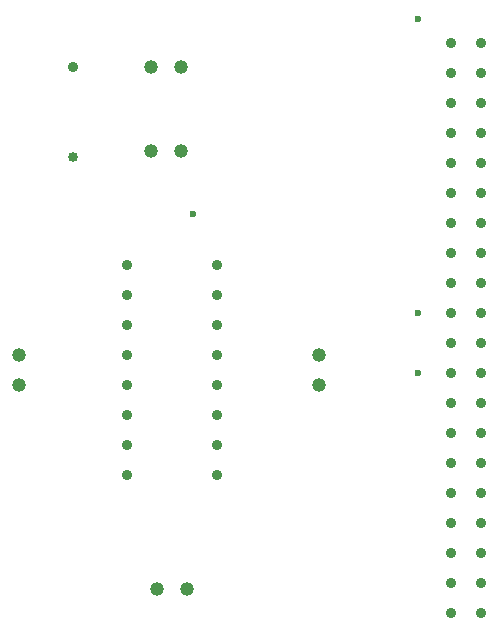
<source format=gbr>
G04 Generated by Ultiboard 14.0 *
%FSLAX34Y34*%
%MOMM*%

%ADD11C,0.6000*%
%ADD12C,0.8890*%
%ADD13C,1.1810*%
%ADD14C,0.8466*%


G04 ColorRGB 000000 for the following layer *
%LNDrill-Copper Top-Copper Bottom*%
%LPD*%
G54D11*
X-40640Y83820D03*
X149860Y0D03*
X149860Y-50800D03*
X149860Y248920D03*
G54D12*
X203200Y-127000D03*
X177800Y-228600D03*
X177800Y-203200D03*
X177800Y-177800D03*
X177800Y-152400D03*
X177800Y-127000D03*
X177800Y-101600D03*
X177800Y-76200D03*
X177800Y-50800D03*
X177800Y-25400D03*
X177800Y0D03*
X177800Y25400D03*
X177800Y50800D03*
X177800Y76200D03*
X177800Y101600D03*
X177800Y127000D03*
X177800Y152400D03*
X177800Y177800D03*
X177800Y203200D03*
X177800Y228600D03*
X203200Y-254000D03*
X203200Y-228600D03*
X203200Y-203200D03*
X203200Y-177800D03*
X203200Y-152400D03*
X203200Y-101600D03*
X203200Y-76200D03*
X203200Y-50800D03*
X203200Y-25400D03*
X203200Y0D03*
X203200Y25400D03*
X203200Y50800D03*
X203200Y76200D03*
X203200Y101600D03*
X203200Y127000D03*
X203200Y152400D03*
X203200Y177800D03*
X203200Y203200D03*
X203200Y228600D03*
X177800Y-254000D03*
X-20320Y-35560D03*
X-96520Y-137160D03*
X-20320Y-86360D03*
X-20320Y-111760D03*
X-20320Y-60960D03*
X-20320Y-10160D03*
X-20320Y15240D03*
X-20320Y40640D03*
X-96520Y15240D03*
X-96520Y-60960D03*
X-96520Y-86360D03*
X-96520Y-111760D03*
X-96520Y-10160D03*
X-96520Y-35560D03*
X-96520Y40640D03*
X-20320Y-137160D03*
X-142240Y208280D03*
G54D13*
X-76200Y208280D03*
X-50800Y208280D03*
X-76200Y137160D03*
X-50800Y137160D03*
X-71120Y-233680D03*
X-45720Y-233680D03*
X66040Y-60960D03*
X66040Y-35560D03*
X-187960Y-60960D03*
X-187960Y-35560D03*
G54D14*
X-142240Y132080D03*

M02*

</source>
